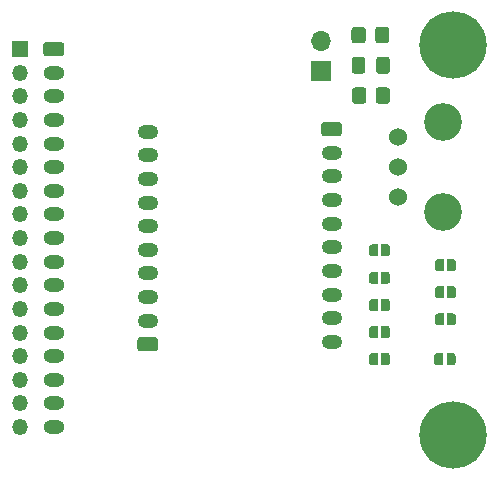
<source format=gbs>
G04 #@! TF.GenerationSoftware,KiCad,Pcbnew,(6.0.1)*
G04 #@! TF.CreationDate,2022-07-04T23:19:22-07:00*
G04 #@! TF.ProjectId,mu100-dit,6d753130-302d-4646-9974-2e6b69636164,rev?*
G04 #@! TF.SameCoordinates,Original*
G04 #@! TF.FileFunction,Soldermask,Bot*
G04 #@! TF.FilePolarity,Negative*
%FSLAX46Y46*%
G04 Gerber Fmt 4.6, Leading zero omitted, Abs format (unit mm)*
G04 Created by KiCad (PCBNEW (6.0.1)) date 2022-07-04 23:19:22*
%MOMM*%
%LPD*%
G01*
G04 APERTURE LIST*
%ADD10O,1.800000X1.200000*%
%ADD11R,1.350000X1.350000*%
%ADD12O,1.350000X1.350000*%
%ADD13O,1.750000X1.200000*%
%ADD14C,3.600000*%
%ADD15C,5.700000*%
%ADD16C,1.524000*%
%ADD17C,3.200000*%
%ADD18O,1.700000X1.700000*%
%ADD19R,1.700000X1.700000*%
G04 APERTURE END LIST*
G36*
G01*
X56853400Y-83187000D02*
X58153400Y-83187000D01*
G75*
G02*
X58403400Y-83437000I0J-250000D01*
G01*
X58403400Y-84137000D01*
G75*
G02*
X58153400Y-84387000I-250000J0D01*
G01*
X56853400Y-84387000D01*
G75*
G02*
X56603400Y-84137000I0J250000D01*
G01*
X56603400Y-83437000D01*
G75*
G02*
X56853400Y-83187000I250000J0D01*
G01*
G37*
D10*
X57503400Y-85787000D03*
X57503400Y-87787000D03*
X57503400Y-89787000D03*
X57503400Y-91787000D03*
X57503400Y-93787000D03*
X57503400Y-95787000D03*
X57503400Y-97787000D03*
X57503400Y-99787000D03*
X57503400Y-101787000D03*
X57503400Y-103787000D03*
X57503400Y-105787000D03*
X57503400Y-107787000D03*
X57503400Y-109787000D03*
X57503400Y-111787000D03*
X57503400Y-113787000D03*
X57503400Y-115787000D03*
D11*
X54643400Y-83787000D03*
D12*
X54643400Y-85787000D03*
X54643400Y-87787000D03*
X54643400Y-89787000D03*
X54643400Y-91787000D03*
X54643400Y-93787000D03*
X54643400Y-95787000D03*
X54643400Y-97787000D03*
X54643400Y-99787000D03*
X54643400Y-101787000D03*
X54643400Y-103787000D03*
X54643400Y-105787000D03*
X54643400Y-107787000D03*
X54643400Y-109787000D03*
X54643400Y-111787000D03*
X54643400Y-113787000D03*
X54643400Y-115787000D03*
G36*
G01*
X66088400Y-109377000D02*
X64838400Y-109377000D01*
G75*
G02*
X64588400Y-109127000I0J250000D01*
G01*
X64588400Y-108427000D01*
G75*
G02*
X64838400Y-108177000I250000J0D01*
G01*
X66088400Y-108177000D01*
G75*
G02*
X66338400Y-108427000I0J-250000D01*
G01*
X66338400Y-109127000D01*
G75*
G02*
X66088400Y-109377000I-250000J0D01*
G01*
G37*
D13*
X65463400Y-106777000D03*
X65463400Y-104777000D03*
X65463400Y-102777000D03*
X65463400Y-100777000D03*
X65463400Y-98777000D03*
X65463400Y-96777000D03*
X65463400Y-94777000D03*
X65463400Y-92777000D03*
X65463400Y-90777000D03*
X81030000Y-108572000D03*
X81030000Y-106572000D03*
X81030000Y-104572000D03*
X81030000Y-102572000D03*
X81030000Y-100572000D03*
X81030000Y-98572000D03*
X81030000Y-96572000D03*
X81030000Y-94572000D03*
X81030000Y-92572000D03*
G36*
G01*
X80405000Y-89972000D02*
X81655000Y-89972000D01*
G75*
G02*
X81905000Y-90222000I0J-250000D01*
G01*
X81905000Y-90922000D01*
G75*
G02*
X81655000Y-91172000I-250000J0D01*
G01*
X80405000Y-91172000D01*
G75*
G02*
X80155000Y-90922000I0J250000D01*
G01*
X80155000Y-90222000D01*
G75*
G02*
X80405000Y-89972000I250000J0D01*
G01*
G37*
D14*
X91350000Y-83452000D03*
D15*
X91350000Y-83452000D03*
D16*
X86620000Y-96342000D03*
X86620000Y-93802000D03*
X86620000Y-91262000D03*
D17*
X90430000Y-97612000D03*
X90430000Y-89992000D03*
D14*
X91350000Y-116452000D03*
D15*
X91350000Y-116452000D03*
D18*
X80180000Y-83137000D03*
D19*
X80180000Y-85677000D03*
G36*
X85260000Y-104942000D02*
G01*
X85760000Y-104942000D01*
X85855671Y-104961030D01*
X85936777Y-105015223D01*
X85990970Y-105096329D01*
X86010000Y-105192000D01*
X86010000Y-105692000D01*
X85990970Y-105787671D01*
X85936777Y-105868777D01*
X85855671Y-105922970D01*
X85760000Y-105942000D01*
X85260000Y-105942000D01*
X85260000Y-104942000D01*
G37*
G36*
X84960000Y-105942000D02*
G01*
X84460000Y-105942000D01*
X84364329Y-105922970D01*
X84283223Y-105868777D01*
X84229030Y-105787671D01*
X84210000Y-105692000D01*
X84210000Y-105192000D01*
X84229030Y-105096329D01*
X84283223Y-105015223D01*
X84364329Y-104961030D01*
X84460000Y-104942000D01*
X84960000Y-104942000D01*
X84960000Y-105942000D01*
G37*
G36*
G01*
X83970000Y-87272000D02*
X83970000Y-88172000D01*
G75*
G02*
X83720000Y-88422000I-250000J0D01*
G01*
X83020000Y-88422000D01*
G75*
G02*
X82770000Y-88172000I0J250000D01*
G01*
X82770000Y-87272000D01*
G75*
G02*
X83020000Y-87022000I250000J0D01*
G01*
X83720000Y-87022000D01*
G75*
G02*
X83970000Y-87272000I0J-250000D01*
G01*
G37*
G36*
G01*
X85970000Y-87272000D02*
X85970000Y-88172000D01*
G75*
G02*
X85720000Y-88422000I-250000J0D01*
G01*
X85020000Y-88422000D01*
G75*
G02*
X84770000Y-88172000I0J250000D01*
G01*
X84770000Y-87272000D01*
G75*
G02*
X85020000Y-87022000I250000J0D01*
G01*
X85720000Y-87022000D01*
G75*
G02*
X85970000Y-87272000I0J-250000D01*
G01*
G37*
G36*
X85260000Y-109532000D02*
G01*
X85760000Y-109532000D01*
X85855671Y-109551030D01*
X85936777Y-109605223D01*
X85990970Y-109686329D01*
X86010000Y-109782000D01*
X86010000Y-110282000D01*
X85990970Y-110377671D01*
X85936777Y-110458777D01*
X85855671Y-110512970D01*
X85760000Y-110532000D01*
X85260000Y-110532000D01*
X85260000Y-109532000D01*
G37*
G36*
X84960000Y-110532000D02*
G01*
X84460000Y-110532000D01*
X84364329Y-110512970D01*
X84283223Y-110458777D01*
X84229030Y-110377671D01*
X84210000Y-110282000D01*
X84210000Y-109782000D01*
X84229030Y-109686329D01*
X84283223Y-109605223D01*
X84364329Y-109551030D01*
X84460000Y-109532000D01*
X84960000Y-109532000D01*
X84960000Y-110532000D01*
G37*
G36*
X85260000Y-102647000D02*
G01*
X85760000Y-102647000D01*
X85855671Y-102666030D01*
X85936777Y-102720223D01*
X85990970Y-102801329D01*
X86010000Y-102897000D01*
X86010000Y-103397000D01*
X85990970Y-103492671D01*
X85936777Y-103573777D01*
X85855671Y-103627970D01*
X85760000Y-103647000D01*
X85260000Y-103647000D01*
X85260000Y-102647000D01*
G37*
G36*
X84960000Y-103647000D02*
G01*
X84460000Y-103647000D01*
X84364329Y-103627970D01*
X84283223Y-103573777D01*
X84229030Y-103492671D01*
X84210000Y-103397000D01*
X84210000Y-102897000D01*
X84229030Y-102801329D01*
X84283223Y-102720223D01*
X84364329Y-102666030D01*
X84460000Y-102647000D01*
X84960000Y-102647000D01*
X84960000Y-103647000D01*
G37*
G36*
X90830000Y-101567000D02*
G01*
X91330000Y-101567000D01*
X91425671Y-101586030D01*
X91506777Y-101640223D01*
X91560970Y-101721329D01*
X91580000Y-101817000D01*
X91580000Y-102317000D01*
X91560970Y-102412671D01*
X91506777Y-102493777D01*
X91425671Y-102547970D01*
X91330000Y-102567000D01*
X90830000Y-102567000D01*
X90830000Y-101567000D01*
G37*
G36*
X90530000Y-102567000D02*
G01*
X90030000Y-102567000D01*
X89934329Y-102547970D01*
X89853223Y-102493777D01*
X89799030Y-102412671D01*
X89780000Y-102317000D01*
X89780000Y-101817000D01*
X89799030Y-101721329D01*
X89853223Y-101640223D01*
X89934329Y-101586030D01*
X90030000Y-101567000D01*
X90530000Y-101567000D01*
X90530000Y-102567000D01*
G37*
G36*
X85260000Y-100322000D02*
G01*
X85760000Y-100322000D01*
X85855671Y-100341030D01*
X85936777Y-100395223D01*
X85990970Y-100476329D01*
X86010000Y-100572000D01*
X86010000Y-101072000D01*
X85990970Y-101167671D01*
X85936777Y-101248777D01*
X85855671Y-101302970D01*
X85760000Y-101322000D01*
X85260000Y-101322000D01*
X85260000Y-100322000D01*
G37*
G36*
X84960000Y-101322000D02*
G01*
X84460000Y-101322000D01*
X84364329Y-101302970D01*
X84283223Y-101248777D01*
X84229030Y-101167671D01*
X84210000Y-101072000D01*
X84210000Y-100572000D01*
X84229030Y-100476329D01*
X84283223Y-100395223D01*
X84364329Y-100341030D01*
X84460000Y-100322000D01*
X84960000Y-100322000D01*
X84960000Y-101322000D01*
G37*
G36*
X90830000Y-103862000D02*
G01*
X91330000Y-103862000D01*
X91425671Y-103881030D01*
X91506777Y-103935223D01*
X91560970Y-104016329D01*
X91580000Y-104112000D01*
X91580000Y-104612000D01*
X91560970Y-104707671D01*
X91506777Y-104788777D01*
X91425671Y-104842970D01*
X91330000Y-104862000D01*
X90830000Y-104862000D01*
X90830000Y-103862000D01*
G37*
G36*
X90530000Y-104862000D02*
G01*
X90030000Y-104862000D01*
X89934329Y-104842970D01*
X89853223Y-104788777D01*
X89799030Y-104707671D01*
X89780000Y-104612000D01*
X89780000Y-104112000D01*
X89799030Y-104016329D01*
X89853223Y-103935223D01*
X89934329Y-103881030D01*
X90030000Y-103862000D01*
X90530000Y-103862000D01*
X90530000Y-104862000D01*
G37*
G36*
X90780000Y-109532000D02*
G01*
X91280000Y-109532000D01*
X91375671Y-109551030D01*
X91456777Y-109605223D01*
X91510970Y-109686329D01*
X91530000Y-109782000D01*
X91530000Y-110282000D01*
X91510970Y-110377671D01*
X91456777Y-110458777D01*
X91375671Y-110512970D01*
X91280000Y-110532000D01*
X90780000Y-110532000D01*
X90780000Y-109532000D01*
G37*
G36*
X90480000Y-110532000D02*
G01*
X89980000Y-110532000D01*
X89884329Y-110512970D01*
X89803223Y-110458777D01*
X89749030Y-110377671D01*
X89730000Y-110282000D01*
X89730000Y-109782000D01*
X89749030Y-109686329D01*
X89803223Y-109605223D01*
X89884329Y-109551030D01*
X89980000Y-109532000D01*
X90480000Y-109532000D01*
X90480000Y-110532000D01*
G37*
G36*
G01*
X84720000Y-83052000D02*
X84720000Y-82152000D01*
G75*
G02*
X84970000Y-81902000I250000J0D01*
G01*
X85670000Y-81902000D01*
G75*
G02*
X85920000Y-82152000I0J-250000D01*
G01*
X85920000Y-83052000D01*
G75*
G02*
X85670000Y-83302000I-250000J0D01*
G01*
X84970000Y-83302000D01*
G75*
G02*
X84720000Y-83052000I0J250000D01*
G01*
G37*
G36*
G01*
X82720000Y-83052000D02*
X82720000Y-82152000D01*
G75*
G02*
X82970000Y-81902000I250000J0D01*
G01*
X83670000Y-81902000D01*
G75*
G02*
X83920000Y-82152000I0J-250000D01*
G01*
X83920000Y-83052000D01*
G75*
G02*
X83670000Y-83302000I-250000J0D01*
G01*
X82970000Y-83302000D01*
G75*
G02*
X82720000Y-83052000I0J250000D01*
G01*
G37*
G36*
G01*
X83900000Y-84687000D02*
X83900000Y-85637000D01*
G75*
G02*
X83650000Y-85887000I-250000J0D01*
G01*
X82975000Y-85887000D01*
G75*
G02*
X82725000Y-85637000I0J250000D01*
G01*
X82725000Y-84687000D01*
G75*
G02*
X82975000Y-84437000I250000J0D01*
G01*
X83650000Y-84437000D01*
G75*
G02*
X83900000Y-84687000I0J-250000D01*
G01*
G37*
G36*
G01*
X85975000Y-84687000D02*
X85975000Y-85637000D01*
G75*
G02*
X85725000Y-85887000I-250000J0D01*
G01*
X85050000Y-85887000D01*
G75*
G02*
X84800000Y-85637000I0J250000D01*
G01*
X84800000Y-84687000D01*
G75*
G02*
X85050000Y-84437000I250000J0D01*
G01*
X85725000Y-84437000D01*
G75*
G02*
X85975000Y-84687000I0J-250000D01*
G01*
G37*
G36*
X90830000Y-106157000D02*
G01*
X91330000Y-106157000D01*
X91425671Y-106176030D01*
X91506777Y-106230223D01*
X91560970Y-106311329D01*
X91580000Y-106407000D01*
X91580000Y-106907000D01*
X91560970Y-107002671D01*
X91506777Y-107083777D01*
X91425671Y-107137970D01*
X91330000Y-107157000D01*
X90830000Y-107157000D01*
X90830000Y-106157000D01*
G37*
G36*
X90530000Y-107157000D02*
G01*
X90030000Y-107157000D01*
X89934329Y-107137970D01*
X89853223Y-107083777D01*
X89799030Y-107002671D01*
X89780000Y-106907000D01*
X89780000Y-106407000D01*
X89799030Y-106311329D01*
X89853223Y-106230223D01*
X89934329Y-106176030D01*
X90030000Y-106157000D01*
X90530000Y-106157000D01*
X90530000Y-107157000D01*
G37*
G36*
X85260000Y-107237000D02*
G01*
X85760000Y-107237000D01*
X85855671Y-107256030D01*
X85936777Y-107310223D01*
X85990970Y-107391329D01*
X86010000Y-107487000D01*
X86010000Y-107987000D01*
X85990970Y-108082671D01*
X85936777Y-108163777D01*
X85855671Y-108217970D01*
X85760000Y-108237000D01*
X85260000Y-108237000D01*
X85260000Y-107237000D01*
G37*
G36*
X84960000Y-108237000D02*
G01*
X84460000Y-108237000D01*
X84364329Y-108217970D01*
X84283223Y-108163777D01*
X84229030Y-108082671D01*
X84210000Y-107987000D01*
X84210000Y-107487000D01*
X84229030Y-107391329D01*
X84283223Y-107310223D01*
X84364329Y-107256030D01*
X84460000Y-107237000D01*
X84960000Y-107237000D01*
X84960000Y-108237000D01*
G37*
M02*

</source>
